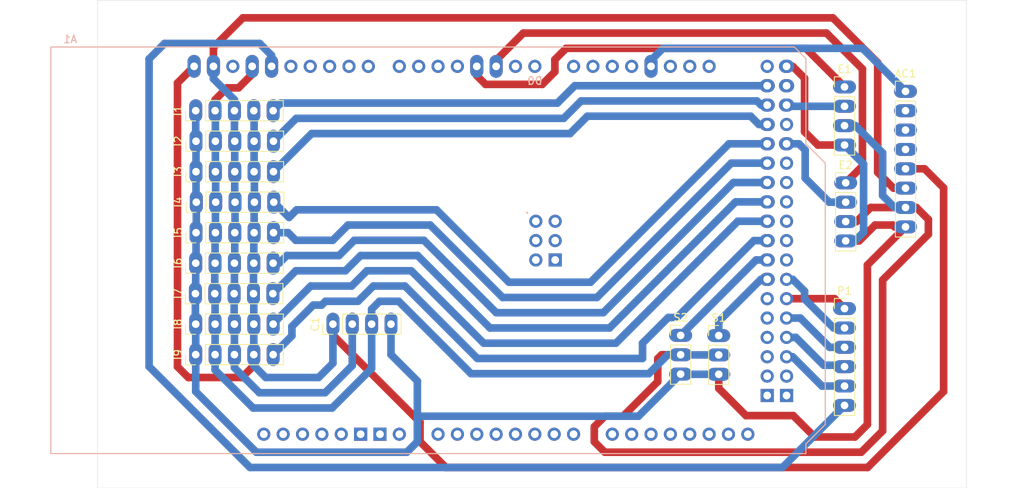
<source format=kicad_pcb>
(kicad_pcb (version 20240108) (generator "pcbnew") (generator_version "8.0")
  (layers (0 "F.Cu" signal) (31 "B.Cu" signal) (34 "B.Paste" user) (35 "F.Paste" user) (36 "B.SilkS" user "B.Silkscreen") (37 "F.SilkS" user "F.Silkscreen") (38 "B.Mask" user) (39 "F.Mask" user) (44 "Edge.Cuts" user))
  (net 0 "")
  (net 62 "Net-(I6-Pin_5)")
  (net 63 "unconnected-(A1-PadD23)")
  (net 64 "Net-(E1-Pin_2)")
  (net 65 "Net-(I2-Pin_5)")
  (net 66 "Net-(I5-Pin_5)")
  (net 67 "Net-(I8-Pin_5)")
  (net 68 "Net-(S1-Pin_1)")
  (net 69 "Net-(I4-Pin_5)")
  (net 70 "Net-(S2-Pin_1)")
  (net 71 "Net-(I1-Pin_5)")
  (net 72 "Net-(I9-Pin_5)")
  (net 73 "Net-(I7-Pin_5)")
  (net 74 "Net-(E2-Pin_2)")
  (net 75 "Net-(A1-D3_INT1)")
  (net 76 "Net-(A1-D2_INT0)")
  (net 77 "Net-(P1-Pin_1)")
  (net 78 "Net-(P1-Pin_6)")
  (net 79 "Net-(P1-Pin_4)")
  (net 80 "Net-(A1-D51_MOSI)")
  (net 81 "Net-(A1-D18{slash}TX1)")
  (net 82 "Net-(AC1-Pin_5)")
  (net 83 "Net-(AC1-Pin_7)")
  (net 84 "Net-(AC1-Pin_6)")
  (net 85 "Net-(AC1-Pin_8)")
  (net 90 "Net-(P1-Pin_3)")
  (net 92 "Net-(P1-Pin_2)")
  (footprint "Connector_PinHeader_2.54mm:PinHeader_1x05_P2.54mm_Vertical" (layer "F.Cu") (at 116.46 73 90)
    (property "Reference" "I4" (at 0 -2.33 90) (layer "F.SilkS"))
    (property "Value" "VIN, GND, SDA, SCL, SHUT")
    (pad "1" thru_hole oval (at 0 0 90) (size 3 1.7) (drill 1) (layers "*.Cu" "*.Mask") (net 85 "Net-(AC1-Pin_8)"))
    (pad "2" thru_hole oval (at 0 2.54 90) (size 3 1.7) (drill 1) (layers "*.Cu" "*.Mask") (net 83 "Net-(AC1-Pin_7)"))
    (pad "3" thru_hole oval (at 0 5.08 90) (size 3 1.7) (drill 1) (layers "*.Cu" "*.Mask") (net 84 "Net-(AC1-Pin_6)"))
    (pad "4" thru_hole oval (at 0 7.62 90) (size 3 1.7) (drill 1) (layers "*.Cu" "*.Mask") (net 82 "Net-(AC1-Pin_5)"))
    (pad "5" thru_hole oval (at 0 10.16 90) (size 3 1.7) (drill 1) (layers "*.Cu" "*.Mask") (net 69 "Net-(I4-Pin_5)"))
  )
  (footprint "Connector_PinHeader_2.54mm:PinHeader_1x05_P2.54mm_Vertical" (layer "F.Cu") (at 116.38 89 90)
    (property "Reference" "I8" (at 0 -2.33 90) (layer "F.SilkS"))
    (property "Value" "VIN, GND, SDA, SCL, SHUT")
    (pad "1" thru_hole oval (at 0 0 90) (size 3 1.7) (drill 1) (layers "*.Cu" "*.Mask") (net 85 "Net-(AC1-Pin_8)"))
    (pad "2" thru_hole oval (at 0 2.54 90) (size 3 1.7) (drill 1) (layers "*.Cu" "*.Mask") (net 83 "Net-(AC1-Pin_7)"))
    (pad "3" thru_hole oval (at 0 5.08 90) (size 3 1.7) (drill 1) (layers "*.Cu" "*.Mask") (net 84 "Net-(AC1-Pin_6)"))
    (pad "4" thru_hole oval (at 0 7.62 90) (size 3 1.7) (drill 1) (layers "*.Cu" "*.Mask") (net 82 "Net-(AC1-Pin_5)"))
    (pad "5" thru_hole oval (at 0 10.16 90) (size 3 1.7) (drill 1) (layers "*.Cu" "*.Mask") (net 67 "Net-(I8-Pin_5)"))
  )
  (footprint "Connector_PinHeader_2.54mm:PinHeader_1x03_P2.54mm_Vertical" (layer "F.Cu") (at 180 90.475)
    (property "Reference" "S2" (at 0 -2.33 360) (layer "F.SilkS"))
    (property "Value" "SIGNAL, GND, VCC")
    (pad "1" thru_hole oval (at 0 0) (size 3 1.7) (drill 1) (layers "*.Cu" "*.Mask") (net 70 "Net-(S2-Pin_1)"))
    (pad "2" thru_hole oval (at 0 2.54) (size 3 1.7) (drill 1) (layers "*.Cu" "*.Mask") (net 83 "Net-(AC1-Pin_7)"))
    (pad "3" thru_hole oval (at 0 5.08) (size 3 1.7) (drill 1) (layers "*.Cu" "*.Mask") (net 85 "Net-(AC1-Pin_8)"))
  )
  (footprint "Connector_PinHeader_2.54mm:PinHeader_1x05_P2.54mm_Vertical" (layer "F.Cu") (at 116.38 81 90)
    (property "Reference" "I6" (at 0 -2.33 90) (layer "F.SilkS"))
    (property "Value" "VIN, GND, SDA, SCL, SHUT")
    (pad "1" thru_hole oval (at 0 0 90) (size 3 1.7) (drill 1) (layers "*.Cu" "*.Mask") (net 85 "Net-(AC1-Pin_8)"))
    (pad "2" thru_hole oval (at 0 2.54 90) (size 3 1.7) (drill 1) (layers "*.Cu" "*.Mask") (net 83 "Net-(AC1-Pin_7)"))
    (pad "3" thru_hole oval (at 0 5.08 90) (size 3 1.7) (drill 1) (layers "*.Cu" "*.Mask") (net 84 "Net-(AC1-Pin_6)"))
    (pad "4" thru_hole oval (at 0 7.62 90) (size 3 1.7) (drill 1) (layers "*.Cu" "*.Mask") (net 82 "Net-(AC1-Pin_5)"))
    (pad "5" thru_hole oval (at 0 10.16 90) (size 3 1.7) (drill 1) (layers "*.Cu" "*.Mask") (net 62 "Net-(I6-Pin_5)"))
  )
  (footprint "Connector_PinHeader_2.54mm:PinHeader_1x04_P2.54mm_Vertical" (layer "F.Cu") (at 201.65 70.46)
    (property "Reference" "E2" (at 0 -2.33 0) (layer "F.SilkS"))
    (property "Value" "SA,SB, GND, VCC")
    (pad "1" thru_hole oval (at 0 0) (size 3 1.7) (drill 1) (layers "*.Cu" "*.Mask") (net 76 "Net-(A1-D2_INT0)"))
    (pad "2" thru_hole oval (at 0 2.54) (size 3 1.7) (drill 1) (layers "*.Cu" "*.Mask") (net 74 "Net-(E2-Pin_2)"))
    (pad "3" thru_hole oval (at 0 5.08) (size 3 1.7) (drill 1) (layers "*.Cu" "*.Mask") (net 83 "Net-(AC1-Pin_7)"))
    (pad "4" thru_hole oval (at 0 7.62) (size 3 1.7) (drill 1) (layers "*.Cu" "*.Mask") (net 85 "Net-(AC1-Pin_8)"))
  )
  (footprint "Connector_PinHeader_2.54mm:PinHeader_1x04_P2.54mm_Vertical" (layer "F.Cu") (at 134.38 89 90)
    (property "Reference" "C1" (at 0 -2.33 90) (layer "F.SilkS"))
    (property "Value" "SDA, SLC, GND, VCC")
    (pad "1" thru_hole oval (at 0 0 90) (size 3 1.7) (drill 1) (layers "*.Cu" "*.Mask") (net 82 "Net-(AC1-Pin_5)"))
    (pad "2" thru_hole oval (at 0 2.54 90) (size 3 1.7) (drill 1) (layers "*.Cu" "*.Mask") (net 84 "Net-(AC1-Pin_6)"))
    (pad "3" thru_hole oval (at 0 5.08 90) (size 3 1.7) (drill 1) (layers "*.Cu" "*.Mask") (net 83 "Net-(AC1-Pin_7)"))
    (pad "4" thru_hole oval (at 0 7.62 90) (size 3 1.7) (drill 1) (layers "*.Cu" "*.Mask") (net 85 "Net-(AC1-Pin_8)"))
  )
  (footprint "Connector_PinHeader_2.54mm:PinHeader_1x04_P2.54mm_Vertical" (layer "F.Cu") (at 201.5 57.88)
    (property "Reference" "E1" (at 0 -2.33 0) (layer "F.SilkS"))
    (property "Value" "SA,SB, GND, VCC")
    (pad "1" thru_hole oval (at 0 0) (size 3 1.7) (drill 1) (layers "*.Cu" "*.Mask") (net 75 "Net-(A1-D3_INT1)"))
    (pad "2" thru_hole oval (at 0 2.54) (size 3 1.7) (drill 1) (layers "*.Cu" "*.Mask") (net 64 "Net-(E1-Pin_2)"))
    (pad "3" thru_hole oval (at 0 5.08) (size 3 1.7) (drill 1) (layers "*.Cu" "*.Mask") (net 83 "Net-(AC1-Pin_7)"))
    (pad "4" thru_hole oval (at 0 7.62) (size 3 1.7) (drill 1) (layers "*.Cu" "*.Mask") (net 85 "Net-(AC1-Pin_8)"))
  )
  (footprint "Connector_PinHeader_2.54mm:PinHeader_1x05_P2.54mm_Vertical" (layer "F.Cu") (at 116.38 93 90)
    (property "Reference" "I9" (at 0 -2.33 90) (layer "F.SilkS"))
    (property "Value" "VIN, GND, SDA, SCL, SHUT")
    (pad "1" thru_hole oval (at 0 0 90) (size 3 1.7) (drill 1) (layers "*.Cu" "*.Mask") (net 85 "Net-(AC1-Pin_8)"))
    (pad "2" thru_hole oval (at 0 2.54 90) (size 3 1.7) (drill 1) (layers "*.Cu" "*.Mask") (net 83 "Net-(AC1-Pin_7)"))
    (pad "3" thru_hole oval (at 0 5.08 90) (size 3 1.7) (drill 1) (layers "*.Cu" "*.Mask") (net 84 "Net-(AC1-Pin_6)"))
    (pad "4" thru_hole oval (at 0 7.62 90) (size 3 1.7) (drill 1) (layers "*.Cu" "*.Mask") (net 82 "Net-(AC1-Pin_5)"))
    (pad "5" thru_hole oval (at 0 10.16 90) (size 3 1.7) (drill 1) (layers "*.Cu" "*.Mask") (net 72 "Net-(I9-Pin_5)"))
  )
  (footprint "Connector_PinHeader_2.54mm:PinHeader_1x05_P2.54mm_Vertical" (layer "F.Cu") (at 116.42 65 90)
    (property "Reference" "I2" (at 0 -2.33 90) (layer "F.SilkS"))
    (property "Value" "VIN, GND, SDA, SCL, SHUT")
    (pad "1" thru_hole oval (at 0 0 90) (size 3 1.7) (drill 1) (layers "*.Cu" "*.Mask") (net 85 "Net-(AC1-Pin_8)"))
    (pad "2" thru_hole oval (at 0 2.54 90) (size 3 1.7) (drill 1) (layers "*.Cu" "*.Mask") (net 83 "Net-(AC1-Pin_7)"))
    (pad "3" thru_hole oval (at 0 5.08 90) (size 3 1.7) (drill 1) (layers "*.Cu" "*.Mask") (net 84 "Net-(AC1-Pin_6)"))
    (pad "4" thru_hole oval (at 0 7.62 90) (size 3 1.7) (drill 1) (layers "*.Cu" "*.Mask") (net 82 "Net-(AC1-Pin_5)"))
    (pad "5" thru_hole oval (at 0 10.16 90) (size 3 1.7) (drill 1) (layers "*.Cu" "*.Mask") (net 65 "Net-(I2-Pin_5)"))
  )
  (footprint "Connector_PinHeader_2.54mm:PinHeader_1x03_P2.54mm_Vertical" (layer "F.Cu") (at 185 90.5)
    (property "Reference" "S1" (at 0 -2.33 360) (layer "F.SilkS"))
    (property "Value" "SIGNAL, GND, VCC")
    (pad "1" thru_hole oval (at 0 0) (size 3 1.7) (drill 1) (layers "*.Cu" "*.Mask") (net 68 "Net-(S1-Pin_1)"))
    (pad "2" thru_hole oval (at 0 2.54) (size 3 1.7) (drill 1) (layers "*.Cu" "*.Mask") (net 83 "Net-(AC1-Pin_7)"))
    (pad "3" thru_hole oval (at 0 5.08) (size 3 1.7) (drill 1) (layers "*.Cu" "*.Mask") (net 85 "Net-(AC1-Pin_8)"))
  )
  (footprint "Connector_PinHeader_2.54mm:PinHeader_1x06_P2.54mm_Vertical" (layer "F.Cu") (at 201.5 86.96)
    (property "Reference" "P1" (at 0 -2.33 0) (layer "F.SilkS"))
    (property "Value" "PWMA, IN1, IN2, IN3, IN4, PWMB")
    (pad "1" thru_hole oval (at 0 0) (size 3 1.7) (drill 1) (layers "*.Cu" "*.Mask") (net 77 "Net-(P1-Pin_1)"))
    (pad "2" thru_hole oval (at 0 2.54) (size 3 1.7) (drill 1) (layers "*.Cu" "*.Mask") (net 92 "Net-(P1-Pin_2)"))
    (pad "3" thru_hole oval (at 0 5.08) (size 3 1.7) (drill 1) (layers "*.Cu" "*.Mask") (net 90 "Net-(P1-Pin_3)"))
    (pad "4" thru_hole oval (at 0 7.62) (size 3 1.7) (drill 1) (layers "*.Cu" "*.Mask") (net 79 "Net-(P1-Pin_4)"))
    (pad "5" thru_hole oval (at 0 10.16) (size 3 1.7) (drill 1) (layers "*.Cu" "*.Mask") (net 80 "Net-(A1-D51_MOSI)"))
    (pad "6" thru_hole oval (at 0 12.7) (size 3 1.7) (drill 1) (layers "*.Cu" "*.Mask") (net 78 "Net-(P1-Pin_6)"))
  )
  (footprint "Connector_PinHeader_2.54mm:PinHeader_1x05_P2.54mm_Vertical" (layer "F.Cu") (at 116.425 77 90)
    (property "Reference" "I5" (at 0 -2.33 90) (layer "F.SilkS"))
    (property "Value" "VIN, GND, SDA, SCL, SHUT")
    (pad "1" thru_hole oval (at 0 0 90) (size 3 1.7) (drill 1) (layers "*.Cu" "*.Mask") (net 85 "Net-(AC1-Pin_8)"))
    (pad "2" thru_hole oval (at 0 2.54 90) (size 3 1.7) (drill 1) (layers "*.Cu" "*.Mask") (net 83 "Net-(AC1-Pin_7)"))
    (pad "3" thru_hole oval (at 0 5.08 90) (size 3 1.7) (drill 1) (layers "*.Cu" "*.Mask") (net 84 "Net-(AC1-Pin_6)"))
    (pad "4" thru_hole oval (at 0 7.62 90) (size 3 1.7) (drill 1) (layers "*.Cu" "*.Mask") (net 82 "Net-(AC1-Pin_5)"))
    (pad "5" thru_hole oval (at 0 10.16 90) (size 3 1.7) (drill 1) (layers "*.Cu" "*.Mask") (net 66 "Net-(I5-Pin_5)"))
  )
  (footprint "Connector_PinHeader_2.54mm:PinHeader_1x05_P2.54mm_Vertical" (layer "F.Cu") (at 116.34 85 90)
    (property "Reference" "I7" (at 0 -2.33 90) (layer "F.SilkS"))
    (property "Value" "VIN, GND, SDA, SCL, SHUT")
    (pad "1" thru_hole oval (at 0 0 90) (size 3 1.7) (drill 1) (layers "*.Cu" "*.Mask") (net 85 "Net-(AC1-Pin_8)"))
    (pad "2" thru_hole oval (at 0 2.54 90) (size 3 1.7) (drill 1) (layers "*.Cu" "*.Mask") (net 83 "Net-(AC1-Pin_7)"))
    (pad "3" thru_hole oval (at 0 5.08 90) (size 3 1.7) (drill 1) (layers "*.Cu" "*.Mask") (net 84 "Net-(AC1-Pin_6)"))
    (pad "4" thru_hole oval (at 0 7.62 90) (size 3 1.7) (drill 1) (layers "*.Cu" "*.Mask") (net 82 "Net-(AC1-Pin_5)"))
    (pad "5" thru_hole oval (at 0 10.16 90) (size 3 1.7) (drill 1) (layers "*.Cu" "*.Mask") (net 73 "Net-(I7-Pin_5)"))
  )
  (footprint "KICAD-MEGA-SHIELD:Arduino_Mega2560_R3_Shield" (layer "F.Cu") (at 97.373 105.98)
    (property "Reference" "A1" (at 2.54 -54.356 0) (layer "B.SilkS") (effects (justify mirror)))
    (property "Value" "Arduino_Mega2560_R3_Shield")
    (fp_text user "." (at 62.484 -32.004 0) (layer "B.SilkS"))
    (fp_text user "D0" (at 63.5 -48.895 0) (layer "B.SilkS") (effects (justify mirror)))
    (fp_text user "." (at 62.484 -32.004 0) (layer "F.SilkS"))
    (fp_text user "D0" (at 63.5 -48.895 0) (layer "F.SilkS"))
    (pad "" np_thru_hole circle (at 13.97 -2.54) (size 3.2 3.2) (drill 3.2) (layers "*.Cu" "*.Mask"))
    (pad "" np_thru_hole circle (at 15.24 -50.8) (size 3.2 3.2) (drill 3.2) (layers "*.Cu" "*.Mask"))
    (pad "" thru_hole oval (at 27.94 -2.54) (size 1.7272 1.7272) (drill 1.016) (layers "*.Cu" "*.Mask"))
    (pad "" np_thru_hole circle (at 66.04 -35.56) (size 3.2 3.2) (drill 3.2) (layers "*.Cu" "*.Mask"))
    (pad "" np_thru_hole circle (at 66.04 -7.62) (size 3.2 3.2) (drill 3.2) (layers "*.Cu" "*.Mask"))
    (pad "" np_thru_hole circle (at 90.17 -50.8) (size 3.2 3.2) (drill 3.2) (layers "*.Cu" "*.Mask"))
    (pad "" np_thru_hole circle (at 96.52 -2.54) (size 3.2 3.2) (drill 3.2) (layers "*.Cu" "*.Mask"))
    (pad "3V3" thru_hole oval (at 35.56 -2.54) (size 1.7272 1.7272) (drill 1.016) (layers "*.Cu" "*.Mask"))
    (pad "5V1" thru_hole oval (at 38.1 -2.54) (size 1.7272 1.7272) (drill 1.016) (layers "*.Cu" "*.Mask"))
    (pad "5V2" thru_hole oval (at 66.167 -30.48) (size 1.7272 1.7272) (drill 1.016) (layers "*.Cu" "*.Mask"))
    (pad "5V3" thru_hole oval (at 93.98 -50.8) (size 1.7272 1.7272) (drill 1.016) (layers "*.Cu" "*.Mask"))
    (pad "5V4" thru_hole oval (at 96.52 -50.8) (size 2 1.7272) (drill 1.016) (layers "*.Cu" "*.Mask") (net 85 "Net-(AC1-Pin_8)"))
    (pad "A0" thru_hole oval (at 50.8 -2.54) (size 1.7272 1.7272) (drill 1.016) (layers "*.Cu" "*.Mask"))
    (pad "A1" thru_hole oval (at 53.34 -2.54) (size 1.7272 1.7272) (drill 1.016) (layers "*.Cu" "*.Mask"))
    (pad "A2" thru_hole oval (at 55.88 -2.54) (size 1.7272 1.7272) (drill 1.016) (layers "*.Cu" "*.Mask"))
    (pad "A3" thru_hole oval (at 58.42 -2.54) (size 1.7272 1.7272) (drill 1.016) (layers "*.Cu" "*.Mask"))
    (pad "A4" thru_hole oval (at 60.96 -2.54) (size 1.7272 1.7272) (drill 1.016) (layers "*.Cu" "*.Mask"))
    (pad "A5" thru_hole oval (at 63.5 -2.54) (size 1.7272 1.7272) (drill 1.016) (layers "*.Cu" "*.Mask"))
    (pad "A6" thru_hole oval (at 66.04 -2.54) (size 1.7272 1.7272) (drill 1.016) (layers "*.Cu" "*.Mask"))
    (pad "A7" thru_hole oval (at 68.58 -2.54) (size 1.7272 1.7272) (drill 1.016) (layers "*.Cu" "*.Mask"))
    (pad "A8" thru_hole oval (at 73.66 -2.54) (size 1.7272 1.7272) (drill 1.016) (layers "*.Cu" "*.Mask"))
    (pad "A9" thru_hole oval (at 76.2 -2.54) (size 1.7272 1.7272) (drill 1.016) (layers "*.Cu" "*.Mask"))
    (pad "A10" thru_hole oval (at 78.74 -2.54) (size 1.7272 1.7272) (drill 1.016) (layers "*.Cu" "*.Mask"))
    (pad "A11" thru_hole oval (at 81.28 -2.54) (size 1.7272 1.7272) (drill 1.016) (layers "*.Cu" "*.Mask"))
    (pad "A12" thru_hole oval (at 83.82 -2.54) (size 1.7272 1.7272) (drill 1.016) (layers "*.Cu" "*.Mask"))
    (pad "A13" thru_hole oval (at 86.36 -2.54) (size 1.7272 1.7272) (drill 1.016) (layers "*.Cu" "*.Mask"))
    (pad "A14" thru_hole oval (at 88.9 -2.54) (size 1.7272 1.7272) (drill 1.016) (layers "*.Cu" "*.Mask"))
    (pad "A15" thru_hole oval (at 91.44 -2.54) (size 1.7272 1.7272) (drill 1.016) (layers "*.Cu" "*.Mask"))
    (pad "AREF" thru_hole oval (at 23.876 -50.8) (size 1.7272 1.7272) (drill 1.016) (layers "*.Cu" "*.Mask"))
    (pad "D0" thru_hole oval (at 63.5 -50.8) (size 1.7272 1.7272) (drill 1.016) (layers "*.Cu" "*.Mask"))
    (pad "D1" thru_hole oval (at 60.96 -50.8) (size 1.7272 1.7272) (drill 1.016) (layers "*.Cu" "*.Mask"))
    (pad "D2" thru_hole oval (at 58.42 -50.8) (size 1.7272 3) (drill 1.016) (layers "*.Cu" "*.Mask") (net 76 "Net-(A1-D2_INT0)"))
    (pad "D3" thru_hole oval (at 55.88 -50.8) (size 1.7272 3) (drill 1.016) (layers "*.Cu" "*.Mask") (net 75 "Net-(A1-D3_INT1)"))
    (pad "D4" thru_hole oval (at 53.34 -50.8) (size 1.7272 1.7272) (drill 1.016) (layers "*.Cu" "*.Mask"))
    (pad "D5" thru_hole oval (at 50.8 -50.8) (size 1.7272 1.7272) (drill 1.016) (layers "*.Cu" "*.Mask"))
    (pad "D6" thru_hole oval (at 48.26 -50.8) (size 1.7272 1.7272) (drill 1.016) (layers "*.Cu" "*.Mask"))
    (pad "D7" thru_hole oval (at 45.72 -50.8) (size 1.7272 1.7272) (drill 1.016) (layers "*.Cu" "*.Mask"))
    (pad "D8" thru_hole oval (at 41.656 -50.8) (size 1.7272 1.7272) (drill 1.016) (layers "*.Cu" "*.Mask"))
    (pad "D9" thru_hole oval (at 39.116 -50.8) (size 1.7272 1.7272) (drill 1.016) (layers "*.Cu" "*.Mask"))
    (pad "D10" thru_hole oval (at 36.576 -50.8) (size 1.7272 1.7272) (drill 1.016) (layers "*.Cu" "*.Mask"))
    (pad "D11" thru_hole oval (at 34.036 -50.8) (size 1.7272 1.7272) (drill 1.016) (layers "*.Cu" "*.Mask"))
    (pad "D12" thru_hole oval (at 31.496 -50.8) (size 1.7272 1.7272) (drill 1.016) (layers "*.Cu" "*.Mask"))
    (pad "D13" thru_hole oval (at 28.956 -50.8) (size 1.7272 3) (drill 1.016) (layers "*.Cu" "*.Mask") (net 78 "Net-(P1-Pin_6)"))
    (pad "D14" thru_hole oval (at 68.58 -50.8) (size 1.7272 1.7272) (drill 1.016) (layers "*.Cu" "*.Mask"))
    (pad "D15" thru_hole oval (at 71.12 -50.8) (size 1.7272 1.7272) (drill 1.016) (layers "*.Cu" "*.Mask"))
    (pad "D16" thru_hole oval (at 73.66 -50.8) (size 1.7272 1.7272) (drill 1.016) (layers "*.Cu" "*.Mask"))
    (pad "D17" thru_hole oval (at 76.2 -50.8) (size 1.7272 1.7272) (drill 1.016) (layers "*.Cu" "*.Mask"))
    (pad "D18" thru_hole oval (at 78.74 -50.8) (size 1.7272 3) (drill 1.016) (layers "*.Cu" "*.Mask") (net 81 "Net-(A1-D18{slash}TX1)"))
    (pad "D19" thru_hole oval (at 81.28 -50.8) (size 1.7272 1.7272) (drill 1.016) (layers "*.Cu" "*.Mask"))
    (pad "D20" thru_hole oval (at 83.82 -50.8) (size 1.7272 1.7272) (drill 1.016) (layers "*.Cu" "*.Mask"))
    (pad "D21" thru_hole oval (at 86.36 -50.8) (size 1.7272 1.7272) (drill 1.016) (layers "*.Cu" "*.Mask"))
    (pad "D22" thru_hole oval (at 93.98 -48.26) (size 2 1.7272) (drill 1.016) (layers "*.Cu" "*.Mask") (net 71 "Net-(I1-Pin_5)"))
    (pad "D23" thru_hole oval (at 96.52 -48.26) (size 2 1.7272) (drill 1.016) (layers "*.Cu" "*.Mask") (net 63 "unconnected-(A1-PadD23)"))
    (pad "D24" thru_hole oval (at 93.98 -45.72) (size 2 1.7272) (drill 1.016) (layers "*.Cu" "*.Mask") (net 65 "Net-(I2-Pin_5)"))
    (pad "D25" thru_hole oval (at 96.52 -45.72) (size 2 1.7272) (drill 1.016) (layers "*.Cu" "*.Mask") (net 64 "Net-(E1-Pin_2)"))
    (pad "D26" thru_hole oval (at 93.98 -43.18) (size 2 1.7272) (drill 1.016) (layers "*.Cu" "*.Mask") (net 84 "Net-(AC1-Pin_6)"))
    (pad "D27" thru_hole oval (at 96.52 -43.18) (size 1.7272 1.7272) (drill 1.016) (layers "*.Cu" "*.Mask"))
    (pad "D28" thru_hole oval (at 93.98 -40.64) (size 2 1.7272) (drill 1.016) (layers "*.Cu" "*.Mask") (net 69 "Net-(I4-Pin_5)"))
    (pad "D29" thru_hole oval (at 96.52 -40.64) (size 2 1.7272) (drill 1.016) (layers "*.Cu" "*.Mask") (net 74 "Net-(E2-Pin_2)"))
    (pad "D30" thru_hole oval (at 93.98 -38.1) (size 2 1.7272) (drill 1.016) (layers "*.Cu" "*.Mask") (net 66 "Net-(I5-Pin_5)"))
    (pad "D31" thru_hole oval (at 96.52 -38.1) (size 1.7272 1.7272) (drill 1.016) (layers "*.Cu" "*.Mask"))
    (pad "D32" thru_hole oval (at 93.98 -35.56) (size 2 1.7272) (drill 1.016) (layers "*.Cu" "*.Mask") (net 62 "Net-(I6-Pin_5)"))
    (pad "D33" thru_hole oval (at 96.52 -35.56) (size 1.7272 1.7272) (drill 1.016) (layers "*.Cu" "*.Mask"))
    (pad "D34" thru_hole oval (at 93.98 -33.02) (size 2 1.7272) (drill 1.016) (layers "*.Cu" "*.Mask") (net 73 "Net-(I7-Pin_5)"))
    (pad "D35" thru_hole oval (at 96.52 -33.02) (size 1.7272 1.7272) (drill 1.016) (layers "*.Cu" "*.Mask"))
    (pad "D36" thru_hole oval (at 93.98 -30.48) (size 2 1.7272) (drill 1.016) (layers "*.Cu" "*.Mask") (net 67 "Net-(I8-Pin_5)"))
    (pad "D37" thru_hole oval (at 96.52 -30.48) (size 1.7272 1.7272) (drill 1.016) (layers "*.Cu" "*.Mask"))
    (pad "D38" thru_hole oval (at 93.98 -27.94) (size 2 1.7272) (drill 1.016) (layers "*.Cu" "*.Mask") (net 72 "Net-(I9-Pin_5)"))
    (pad "D39" thru_hole oval (at 96.52 -27.94) (size 1.7272 1.7272) (drill 1.016) (layers "*.Cu" "*.Mask"))
    (pad "D40" thru_hole oval (at 93.98 -25.4) (size 2 1.7272) (drill 1.016) (layers "*.Cu" "*.Mask") (net 70 "Net-(S2-Pin_1)"))
    (pad "D41" thru_hole oval (at 96.52 -25.4) (size 1.7272 1.7272) (drill 1.016) (layers "*.Cu" "*.Mask"))
    (pad "D42" thru_hole oval (at 93.98 -22.86) (size 2 1.7272) (drill 1.016) (layers "*.Cu" "*.Mask") (net 68 "Net-(S1-Pin_1)"))
    (pad "D43" thru_hole oval (at 96.52 -22.86) (size 1.7272 1.7272) (drill 1.016) (layers "*.Cu" "*.Mask") (net 92 "Net-(P1-Pin_2)"))
    (pad "D44" thru_hole oval (at 93.98 -20.32) (size 1.7272 1.7272) (drill 1.016) (layers "*.Cu" "*.Mask"))
    (pad "D45" thru_hole oval (at 96.52 -20.32) (size 1.7272 1.7272) (drill 1.016) (layers "*.Cu" "*.Mask") (net 77 "Net-(P1-Pin_1)"))
    (pad "D46" thru_hole oval (at 93.98 -17.78) (size 1.7272 1.7272) (drill 1.016) (layers "*.Cu" "*.Mask"))
    (pad "D47" thru_hole oval (at 96.52 -17.78) (size 1.7272 1.7272) (drill 1.016) (layers "*.Cu" "*.Mask") (net 90 "Net-(P1-Pin_3)"))
    (pad "D48" thru_hole oval (at 93.98 -15.24) (size 1.7272 1.7272) (drill 1.016) (layers "*.Cu" "*.Mask"))
    (pad "D49" thru_hole oval (at 96.52 -15.24) (size 1.7272 1.7272) (drill 1.016) (layers "*.Cu" "*.Mask") (net 79 "Net-(P1-Pin_4)"))
    (pad "D50" thru_hole oval (at 93.98 -12.7) (size 1.7272 1.7272) (drill 1.016) (layers "*.Cu" "*.Mask"))
    (pad "D51" thru_hole oval (at 96.52 -12.7) (size 1.7272 1.7272) (drill 1.016) (layers "*.Cu" "*.Mask") (net 80 "Net-(A1-D51_MOSI)"))
    (pad "D52" thru_hole oval (at 93.98 -10.16) (size 1.7272 1.7272) (drill 1.016) (layers "*.Cu" "*.Mask"))
    (pad "D53" thru_hole oval (at 96.52 -10.16) (size 1.7272 1.7272) (drill 1.016) (layers "*.Cu" "*.Mask"))
    (pad "GND1" thru_hole oval (at 26.416 -50.8) (size 1.7272 3) (drill 1.016) (layers "*.Cu" "*.Mask") (net 83 "Net-(AC1-Pin_7)"))
    (pad "GND2" thru_hole rect (at 40.64 -2.54) (size 1.7272 1.7272) (drill 1.016) (layers "*.Cu" "*.Mask"))
    (pad "GND3" thru_hole rect (at 43.18 -2.54) (size 1.7272 1.7272) (drill 1.016) (layers "*.Cu" "*.Mask"))
    (pad "GND4" thru_hole rect (at 66.167 -25.4) (size 1.7272 1.7272) (drill 1.016) (layers "*.Cu" "*.Mask"))
    (pad "GND5" thru_hole rect (at 93.98 -7.62) (size 1.7272 1.7272) (drill 1.016) (layers "*.Cu" "*.Mask"))
    (pad "GND6" thru_hole rect (at 96.52 -7.62) (size 1.7272 1.7272) (drill 1.016) (layers "*.Cu" "*.Mask"))
    (pad "IORF" thru_hole oval (at 30.48 -2.54) (size 1.7272 1.7272) (drill 1.016) (layers "*.Cu" "*.Mask"))
    (pad "MISO" thru_hole oval (at 63.627 -30.48) (size 1.7272 1.7272) (drill 1.016) (layers "*.Cu" "*.Mask"))
    (pad "MOSI" thru_hole oval (at 66.167 -27.94) (size 1.7272 1.7272) (drill 1.016) (layers "*.Cu" "*.Mask"))
    (pad "RST1" thru_hole oval (at 33.02 -2.54) (size 1.7272 1.7272) (drill 1.016) (layers "*.Cu" "*.Mask"))
    (pad "RST2" thru_hole oval (at 63.627 -25.4) (size 1.7272 1.7272) (drill 1.016) (layers "*.Cu" "*.Mask"))
    (pad "SCK" thru_hole oval (at 63.627 -27.94) (size 1.7272 1.7272) (drill 1.016) (layers "*.Cu" "*.Mask"))
    (pad "SCL" thru_hole oval (at 18.796 -50.8) (size 1.7272 3) (drill 1.016) (layers "*.Cu" "*.Mask") (net 82 "Net-(AC1-Pin_5)"))
    (pad "SDA" thru_hole oval (at 21.336 -50.8) (size 1.7272 3) (drill 1.016) (layers "*.Cu" "*.Mask") (net 84 "Net-(AC1-Pin_6)"))
    (pad "VIN" thru_hole oval (at 45.72 -2.54) (size 1.7272 1.7272) (drill 1.016) (layers "*.Cu" "*.Mask"))
  )
  (footprint "Connector_PinHeader_2.54mm:PinHeader_1x05_P2.54mm_Vertical" (layer "F.Cu") (at 116.42 69 90)
    (property "Reference" "I3" (at 0 -2.33 90) (layer "F.SilkS"))
    (property "Value" "VIN, GND, SDA, SCL, SHUT")
    (pad "1" thru_hole oval (at 0 0 90) (size 3 1.7) (drill 1) (layers "*.Cu" "*.Mask") (net 85 "Net-(AC1-Pin_8)"))
    (pad "2" thru_hole oval (at 0 2.54 90) (size 3 1.7) (drill 1) (layers "*.Cu" "*.Mask") (net 83 "Net-(AC1-Pin_7)"))
    (pad "3" thru_hole oval (at 0 5.08 90) (size 3 1.7) (drill 1) (layers "*.Cu" "*.Mask") (net 84 "Net-(AC1-Pin_6)"))
    (pad "4" thru_hole oval (at 0 7.62 90) (size 3 1.7) (drill 1) (layers "*.Cu" "*.Mask") (net 82 "Net-(AC1-Pin_5)"))
    (pad "5" thru_hole oval (at 0 10.16 90) (size 3 1.7) (drill 1) (layers "*.Cu" "*.Mask") (net 84 "Net-(AC1-Pin_6)"))
  )
  (footprint "Connector_PinHeader_2.54mm:PinHeader_1x05_P2.54mm_Vertical" (layer "F.Cu") (at 116.38 61 90)
    (property "Reference" "I1" (at 0 -2.33 90) (layer "F.SilkS"))
    (property "Value" "VIN, GND, SDA, SCL, SHUT")
    (pad "1" thru_hole oval (at 0 0 90) (size 3 1.7) (drill 1) (layers "*.Cu" "*.Mask") (net 85 "Net-(AC1-Pin_8)"))
    (pad "2" thru_hole oval (at 0 2.54 90) (size 3 1.7) (drill 1) (layers "*.Cu" "*.Mask") (net 83 "Net-(AC1-Pin_7)"))
    (pad "3" thru_hole oval (at 0 5.08 90) (size 3 1.7) (drill 1) (layers "*.Cu" "*.Mask") (net 84 "Net-(AC1-Pin_6)"))
    (pad "4" thru_hole oval (at 0 7.62 90) (size 3 1.7) (drill 1) (layers "*.Cu" "*.Mask") (net 82 "Net-(AC1-Pin_5)"))
    (pad "5" thru_hole oval (at 0 10.16 90) (size 3 1.7) (drill 1) (layers "*.Cu" "*.Mask") (net 71 "Net-(I1-Pin_5)"))
  )
  (footprint "Connector_PinHeader_2.54mm:PinHeader_1x08_P2.54mm_Vertical" (layer "F.Cu") (at 209.5 58.46)
    (property "Reference" "AC1" (at 0 -2.33 0) (layer "F.SilkS"))
    (property "Value" "INT, ADD, XCL, XDA, SDA, SCL, GND, VCC")
    (pad "1" thru_hole oval (at 0 0) (size 3 1.7) (drill 1) (layers "*.Cu" "*.Mask") (net 81 "Net-(A1-D18{slash}TX1)"))
    (pad "2" thru_hole oval (at 0 2.54) (size 3 1.7) (drill 1) (layers "*.Cu" "*.Mask"))
    (pad "3" thru_hole oval (at 0 5.08) (size 3 1.7) (drill 1) (layers "*.Cu" "*.Mask"))
    (pad "4" thru_hole oval (at 0 7.62) (size 3 1.7) (drill 1) (layers "*.Cu" "*.Mask"))
    (pad "5" thru_hole oval (at 0 10.16) (size 3 1.7) (drill 1) (layers "*.Cu" "*.Mask") (net 82 "Net-(AC1-Pin_5)"))
    (pad "6" thru_hole oval (at 0 12.7) (size 3 1.7) (drill 1) (layers "*.Cu" "*.Mask") (net 84 "Net-(AC1-Pin_6)"))
    (pad "7" thru_hole oval (at 0 15.24) (size 3 1.7) (drill 1) (layers "*.Cu" "*.Mask") (net 83 "Net-(AC1-Pin_7)"))
    (pad "8" thru_hole oval (at 0 17.78) (size 3 1.7) (drill 1) (layers "*.Cu" "*.Mask") (net 85 "Net-(AC1-Pin_8)"))
  )
  (gr_rect (start 103.5 46.5) (end 217.5 110.5) (stroke (width 0.05)) (fill none) (layer "Edge.Cuts"))
  (segment (start 186.923144 70.42) (end 191.353 70.42) (width 1) (layer "B.Cu") (net 62))
  (segment (start 126.54 81) (end 127.328428 81) (width 1) (layer "B.Cu") (net 62))
  (segment (start 127.328428 81) (end 128.328428 80) (width 1) (layer "B.Cu") (net 62))
  (segment (start 128.328428 80) (end 135.186288 80) (width 1) (layer "B.Cu") (net 62))
  (segment (start 135.186288 80) (end 137.186288 78) (width 1) (layer "B.Cu") (net 62))
  (segment (start 155.813712 87.5) (end 169.843144 87.5) (width 1) (layer "B.Cu") (net 62))
  (segment (start 169.843144 87.5) (end 186.923144 70.42) (width 1) (layer "B.Cu") (net 62))
  (segment (start 146.313712 78) (end 155.813712 87.5) (width 1) (layer "B.Cu") (net 62))
  (segment (start 137.186288 78) (end 146.313712 78) (width 1) (layer "B.Cu") (net 62))
  (segment (start 194.053 57.88) (end 193.893 57.72) (width 1) (layer "B.Cu") (net 63))
  (segment (start 194.053 60.42) (end 193.893 60.26) (width 1) (layer "B.Cu") (net 64))
  (segment (start 201.5 60.42) (end 194.053 60.42) (width 1) (layer "B.Cu") (net 64))
  (segment (start 166.936856 59.72) (end 190.010364 59.72) (width 1) (layer "B.Cu") (net 65))
  (segment (start 190.550364 60.26) (end 191.353 60.26) (width 1) (layer "B.Cu") (net 65))
  (segment (start 129.58 62) (end 164.656856 62) (width 1) (layer "B.Cu") (net 65))
  (segment (start 190.010364 59.72) (end 190.550364 60.26) (width 1) (layer "B.Cu") (net 65))
  (segment (start 126.58 65) (end 129.58 62) (width 1) (layer "B.Cu") (net 65))
  (segment (start 164.656856 62) (end 166.936856 59.72) (width 1) (layer "B.Cu") (net 65))
  (segment (start 147.14214 76) (end 156.64214 85.5) (width 1) (layer "B.Cu") (net 66))
  (segment (start 169.014716 85.5) (end 186.634716 67.88) (width 1) (layer "B.Cu") (net 66))
  (segment (start 156.64214 85.5) (end 169.014716 85.5) (width 1) (layer "B.Cu") (net 66))
  (segment (start 186.634716 67.88) (end 191.353 67.88) (width 1) (layer "B.Cu") (net 66))
  (segment (start 126.585 77) (end 128.5 77) (width 1) (layer "B.Cu") (net 66))
  (segment (start 129.5 78) (end 134.35786 78) (width 1) (layer "B.Cu") (net 66))
  (segment (start 128.5 77) (end 129.5 78) (width 1) (layer "B.Cu") (net 66))
  (segment (start 136.35786 76) (end 147.14214 76) (width 1) (layer "B.Cu") (net 66))
  (segment (start 134.35786 78) (end 136.35786 76) (width 1) (layer "B.Cu") (net 66))
  (segment (start 154.156856 91.5) (end 171.5 91.5) (width 1) (layer "B.Cu") (net 67))
  (segment (start 126.54 88.933402) (end 131.473402 84) (width 1) (layer "B.Cu") (net 67))
  (segment (start 131.473402 84) (end 136.843144 84) (width 1) (layer "B.Cu") (net 67))
  (segment (start 144.656856 82) (end 154.156856 91.5) (width 1) (layer "B.Cu") (net 67))
  (segment (start 136.843144 84) (end 138.843144 82) (width 1) (layer "B.Cu") (net 67))
  (segment (start 187.5 75.5) (end 191.353 75.5) (width 1) (layer "B.Cu") (net 67))
  (segment (start 171.5 91.5) (end 187.5 75.5) (width 1) (layer "B.Cu") (net 67))
  (segment (start 126.54 89) (end 126.54 88.933402) (width 1) (layer "B.Cu") (net 67))
  (segment (start 138.843144 82) (end 144.656856 82) (width 1) (layer "B.Cu") (net 67))
  (segment (start 185 90.5) (end 185 88.65) (width 1) (layer "B.Cu") (net 68))
  (segment (start 185 88.65) (end 190.53 83.12) (width 1) (layer "B.Cu") (net 68))
  (segment (start 190.53 83.12) (end 191.353 83.12) (width 1) (layer "B.Cu") (net 68))
  (segment (start 126.62 73) (end 128.62 75) (width 1) (layer "B.Cu") (net 69))
  (segment (start 157.470568 83.5) (end 168.186288 83.5) (width 1) (layer "B.Cu") (net 69))
  (segment (start 147.970568 74) (end 157.470568 83.5) (width 1) (layer "B.Cu") (net 69))
  (segment (start 168.186288 83.5) (end 186.346288 65.34) (width 1) (layer "B.Cu") (net 69))
  (segment (start 128.62 75) (end 129.62 74) (width 1) (layer "B.Cu") (net 69))
  (segment (start 186.346288 65.34) (end 191.353 65.34) (width 1) (layer "B.Cu") (net 69))
  (segment (start 129.62 74) (end 147.970568 74) (width 1) (layer "B.Cu") (net 69))
  (segment (start 189.895 80.58) (end 191.353 80.58) (width 1) (layer "B.Cu") (net 70))
  (segment (start 180 90.475) (end 189.895 80.58) (width 1) (layer "B.Cu") (net 70))
  (segment (start 163.828428 60) (end 166.108428 57.72) (width 1) (layer "B.Cu") (net 71))
  (segment (start 166.108428 57.72) (end 191.353 57.72) (width 1) (layer "B.Cu") (net 71))
  (segment (start 127.54 60) (end 163.828428 60) (width 1) (layer "B.Cu") (net 71))
  (segment (start 126.54 61) (end 127.54 60) (width 1) (layer "B.Cu") (net 71))
  (segment (start 178.376598 88.125) (end 179.521572 88.125) (width 1) (layer "B.Cu") (net 72))
  (segment (start 133.406598 86) (end 137.671572 86) (width 1) (layer "B.Cu") (net 72))
  (segment (start 189.606572 78.04) (end 191.353 78.04) (width 1) (layer "B.Cu") (net 72))
  (segment (start 179.521572 88.125) (end 189.606572 78.04) (width 1) (layer "B.Cu") (net 72))
  (segment (start 175 91.501598) (end 178.376598 88.125) (width 1) (layer "B.Cu") (net 72))
  (segment (start 175 93.5) (end 175 91.501598) (width 1) (layer "B.Cu") (net 72))
  (segment (start 129 90.54) (end 129 89.30183) (width 1) (layer "B.Cu") (net 72))
  (segment (start 131.80183 86.5) (end 132.906598 86.5) (width 1) (layer "B.Cu") (net 72))
  (segment (start 129 89.30183) (end 131.80183 86.5) (width 1) (layer "B.Cu") (net 72))
  (segment (start 126.54 93) (end 129 90.54) (width 1) (layer "B.Cu") (net 72))
  (segment (start 153.328428 93.5) (end 175 93.5) (width 1) (layer "B.Cu") (net 72))
  (segment (start 132.906598 86.5) (end 133.406598 86) (width 1) (layer "B.Cu") (net 72))
  (segment (start 139.671572 84) (end 143.828428 84) (width 1) (layer "B.Cu") (net 72))
  (segment (start 143.828428 84) (end 153.328428 93.5) (width 1) (layer "B.Cu") (net 72))
  (segment (start 137.671572 86) (end 139.671572 84) (width 1) (layer "B.Cu") (net 72))
  (segment (start 187.211572 72.96) (end 191.353 72.96) (width 1) (layer "B.Cu") (net 73))
  (segment (start 127.5 84) (end 127.513402 84) (width 1) (layer "B.Cu") (net 73))
  (segment (start 136.014716 82) (end 138.014716 80) (width 1) (layer "B.Cu") (net 73))
  (segment (start 154.985284 89.5) (end 170.671572 89.5) (width 1) (layer "B.Cu") (net 73))
  (segment (start 126.5 85) (end 127.5 84) (width 1) (layer "B.Cu") (net 73))
  (segment (start 129.513402 82) (end 136.014716 82) (width 1) (layer "B.Cu") (net 73))
  (segment (start 170.671572 89.5) (end 187.211572 72.96) (width 1) (layer "B.Cu") (net 73))
  (segment (start 127.513402 84) (end 129.513402 82) (width 1) (layer "B.Cu") (net 73))
  (segment (start 138.014716 80) (end 145.485284 80) (width 1) (layer "B.Cu") (net 73))
  (segment (start 145.485284 80) (end 154.985284 89.5) (width 1) (layer "B.Cu") (net 73))
  (segment (start 196.335786 69.845786) (end 196.335786 66.164214) (width 1) (layer "B.Cu") (net 74))
  (segment (start 195.511572 65.34) (end 193.893 65.34) (width 1) (layer "B.Cu") (net 74))
  (segment (start 201.65 73) (end 199.49 73) (width 1) (layer "B.Cu") (net 74))
  (segment (start 199.49 73) (end 196.335786 69.845786) (width 1) (layer "B.Cu") (net 74))
  (segment (start 196.335786 66.164214) (end 195.511572 65.34) (width 1) (layer "B.Cu") (net 74))
  (segment (start 163.5 55.895636) (end 161.852036 57.5436) (width 1) (layer "F.Cu") (net 75))
  (segment (start 161.852036 57.5436) (end 154.395286 57.5436) (width 1) (layer "F.Cu") (net 75))
  (segment (start 154.395286 57.5436) (end 153.253 56.401314) (width 1) (layer "F.Cu") (net 75))
  (segment (start 153.253 56.401314) (end 153.253 55.18) (width 1) (layer "F.Cu") (net 75))
  (segment (start 201.5 57.88) (end 196.4364 52.8164) (width 1) (layer "F.Cu") (net 75))
  (segment (start 163.5 54.290364) (end 163.5 55.895636) (width 1) (layer "F.Cu") (net 75))
  (segment (start 164.973964 52.8164) (end 163.5 54.290364) (width 1) (layer "F.Cu") (net 75))
  (segment (start 196.4364 52.8164) (end 164.973964 52.8164) (width 1) (layer "F.Cu") (net 75))
  (segment (start 203.85 68.26) (end 203.85 55.53) (width 1) (layer "F.Cu") (net 76))
  (segment (start 155.793 54.377364) (end 155.793 55.18) (width 1) (layer "F.Cu") (net 76))
  (segment (start 199.1364 50.8164) (end 159.353964 50.8164) (width 1) (layer "F.Cu") (net 76))
  (segment (start 203.85 55.53) (end 199.1364 50.8164) (width 1) (layer "F.Cu") (net 76))
  (segment (start 159.353964 50.8164) (end 155.793 54.377364) (width 1) (layer "F.Cu") (net 76))
  (segment (start 201.65 70.46) (end 203.85 68.26) (width 1) (layer "F.Cu") (net 76))
  (segment (start 201.65 70.46) (end 201.65 70.15) (width 1) (layer "B.Cu") (net 76))
  (segment (start 201.5 86.96) (end 200.2 85.66) (width 1) (layer "F.Cu") (net 77))
  (segment (start 200.2 85.66) (end 193.893 85.66) (width 1) (layer "F.Cu") (net 77))
  (segment (start 123.505536 107.8036) (end 110.263 94.561064) (width 1) (layer "B.Cu") (net 78))
  (segment (start 126.329 53.740965) (end 126.329 55.18) (width 1) (layer "B.Cu") (net 78))
  (segment (start 110.263 54.206598) (end 112.289598 52.18) (width 1) (layer "B.Cu") (net 78))
  (segment (start 193.3564 107.8036) (end 123.505536 107.8036) (width 1) (layer "B.Cu") (net 78))
  (segment (start 201.5 99.66) (end 193.3564 107.8036) (width 1) (layer "B.Cu") (net 78))
  (segment (start 124.768035 52.18) (end 126.329 53.740965) (width 1) (layer "B.Cu") (net 78))
  (segment (start 112.289598 52.18) (end 124.768035 52.18) (width 1) (layer "B.Cu") (net 78))
  (segment (start 110.263 94.561064) (end 110.263 54.206598) (width 1) (layer "B.Cu") (net 78))
  (segment (start 198.764314 94.39) (end 195.114314 90.74) (width 1) (layer "B.Cu") (net 79))
  (segment (start 201.39 94.39) (end 198.764314 94.39) (width 1) (layer "B.Cu") (net 79))
  (segment (start 195.114314 90.74) (end 193.893 90.74) (width 1) (layer "B.Cu") (net 79))
  (segment (start 201.5 94.5) (end 201.39 94.39) (width 1) (layer "B.Cu") (net 79))
  (segment (start 201.5 94.58) (end 201.5 94.5) (width 1) (layer "B.Cu") (net 79))
  (segment (start 201.5 97.12) (end 198.535636 97.12) (width 1) (layer "B.Cu") (net 80))
  (segment (start 198.535636 97.12) (end 194.695636 93.28) (width 1) (layer "B.Cu") (net 80))
  (segment (start 194.695636 93.28) (end 193.893 93.28) (width 1) (layer "B.Cu") (net 80))
  (segment (start 203.8564 52.8164) (end 177.673964 52.8164) (width 1) (layer "B.Cu") (net 81))
  (segment (start 209.5 58.46) (end 203.8564 52.8164) (width 1) (layer "B.Cu") (net 81))
  (segment (start 176.113 54.377364) (end 176.113 55.18) (width 1) (layer "B.Cu") (net 81))
  (segment (start 177.673964 52.8164) (end 176.113 54.377364) (width 1) (layer "B.Cu") (net 81))
  (segment (start 116.169 55.18) (end 113.99 57.359) (width 1) (layer "F.Cu") (net 82))
  (segment (start 115.406598 96) (end 122.433402 96) (width 1) (layer "F.Cu") (net 82))
  (segment (start 145.8094 101.862802) (end 134.38 90.433402) (width 1) (layer "F.Cu") (net 82))
  (segment (start 145.8094 104.419036) (end 145.8094 101.862802) (width 1) (layer "F.Cu") (net 82))
  (segment (start 149.193964 107.8036) (end 145.8094 104.419036) (width 1) (layer "F.Cu") (net 82))
  (segment (start 124 94.433402) (end 124 93) (width 1) (layer "F.Cu") (net 82))
  (segment (start 212 68.62) (end 214.5 71.12) (width 1) (layer "F.Cu") (net 82))
  (segment (start 209.5 68.62) (end 212 68.62) (width 1) (layer "F.Cu") (net 82))
  (segment (start 214.5 97.828428) (end 204.524828 107.8036) (width 1) (layer "F.Cu") (net 82))
  (segment (start 122.433402 96) (end 124 94.433402) (width 1) (layer "F.Cu") (net 82))
  (segment (start 214.5 71.12) (end 214.5 97.828428) (width 1) (layer "F.Cu") (net 82))
  (segment (start 134.38 90.433402) (end 134.38 89) (width 1) (layer "F.Cu") (net 82))
  (segment (start 113.99 94.583402) (end 115.406598 96) (width 1) (layer "F.Cu") (net 82))
  (segment (start 113.99 57.359) (end 113.99 94.583402) (width 1) (layer "F.Cu") (net 82))
  (segment (start 204.524828 107.8036) (end 149.193964 107.8036) (width 1) (layer "F.Cu") (net 82))
  (segment (start 124.04 65) (end 124.04 61.04) (width 1) (layer "B.Cu") (net 82))
  (segment (start 123.96 81.04) (end 124 81) (width 1) (layer "B.Cu") (net 82))
  (segment (start 124 77.045) (end 124.045 77) (width 1) (layer "B.Cu") (net 82))
  (segment (start 134.38 94.12) (end 134.38 89) (width 1) (layer "B.Cu") (net 82))
  (segment (start 124.045 77) (end 124.045 73.035) (width 1) (layer "B.Cu") (net 82))
  (segment (start 124.04 69) (end 124.04 65) (width 1) (layer "B.Cu") (net 82))
  (segment (start 124.045 73.035) (end 124.08 73) (width 1) (layer "B.Cu") (net 82))
  (segment (start 124 94.433402) (end 125.566598 96) (width 1) (layer "B.Cu") (net 82))
  (segment (start 125.566598 96) (end 132.5 96) (width 1) (layer "B.Cu") (net 82))
  (segment (start 124 93) (end 124 89) (width 1) (layer "B.Cu") (net 82))
  (segment (start 124.08 73) (end 124.08 69.04) (width 1) (layer "B.Cu") (net 82))
  (segment (start 124.04 61.04) (end 124 61) (width 1) (layer "B.Cu") (net 82))
  (segment (start 124 85.04) (end 123.96 85) (width 1) (layer "B.Cu") (net 82))
  (segment (start 124.08 69.04) (end 124.04 69) (width 1) (layer "B.Cu") (net 82))
  (segment (start 124 81) (end 124 77.045) (width 1) (layer "B.Cu") (net 82))
  (segment (start 124 93) (end 124 94.433402) (width 1) (layer "B.Cu") (net 82))
  (segment (start 132.5 96) (end 134.38 94.12) (width 1) (layer "B.Cu") (net 82))
  (segment (start 124 89) (end 124 85.04) (width 1) (layer "B.Cu") (net 82))
  (segment (start 123.96 85) (end 123.96 81.04) (width 1) (layer "B.Cu") (net 82))
  (segment (start 206.5 103) (end 203.6964 105.8036) (width 1) (layer "F.Cu") (net 83))
  (segment (start 209.5 73.7) (end 210.933402 73.7) (width 1) (layer "F.Cu") (net 83))
  (segment (start 203.6964 105.8036) (end 170.053964 105.8036) (width 1) (layer "F.Cu") (net 83))
  (segment (start 177 93.515) (end 177.5 93.015) (width 1) (layer "F.Cu") (net 83))
  (segment (start 177.5 93.015) (end 180 93.015) (width 1) (layer "F.Cu") (net 83))
  (segment (start 212.5 75.266598) (end 212.5 77.213402) (width 1) (layer "F.Cu") (net 83))
  (segment (start 210.933402 73.7) (end 212.5 75.266598) (width 1) (layer "F.Cu") (net 83))
  (segment (start 118.92 59.566598) (end 120.486598 58) (width 1) (layer "F.Cu") (net 83))
  (segment (start 206.5 83.213402) (end 206.5 103) (width 1) (layer "F.Cu") (net 83))
  (segment (start 123.789 56.211) (end 123.789 55.18) (width 1) (layer "F.Cu") (net 83))
  (segment (start 168.6694 102.460964) (end 170.053964 101.0764) (width 1) (layer "F.Cu") (net 83))
  (segment (start 118.92 61) (end 118.92 59.566598) (width 1) (layer "F.Cu") (net 83))
  (segment (start 120.486598 58) (end 122 58) (width 1) (layer "F.Cu") (net 83))
  (segment (start 168.6694 104.419036) (end 168.6694 102.460964) (width 1) (layer "F.Cu") (net 83))
  (segment (start 177 96.528402) (end 177 93.515) (width 1) (layer "F.Cu") (net 83))
  (segment (start 212.5 77.213402) (end 206.5 83.213402) (width 1) (layer "F.Cu") (net 83))
  (segment (start 170.053964 101.0764) (end 172.452002 101.0764) (width 1) (layer "F.Cu") (net 83))
  (segment (start 209.5 73.7) (end 204.923402 73.7) (width 1) (layer "F.Cu") (net 83))
  (segment (start 172.452002 101.0764) (end 177 96.528402) (width 1) (layer "F.Cu") (net 83))
  (segment (start 122 58) (end 123.789 56.211) (width 1) (layer "F.Cu") (net 83))
  (segment (start 203.083402 75.54) (end 201.65 75.54) (width 1) (layer "F.Cu") (net 83))
  (segment (start 170.053964 105.8036) (end 168.6694 104.419036) (width 1) (layer "F.Cu") (net 83))
  (segment (start 204.923402 73.7) (end 203.083402 75.54) (width 1) (layer "F.Cu") (net 83))
  (segment (start 178.313427 93.015) (end 175.828427 95.5) (width 1) (layer "B.Cu") (net 83))
  (segment (start 118.96 61.04) (end 118.92 61) (width 1) (layer "B.Cu") (net 83))
  (segment (start 119 73) (end 119 69.04) (width 1) (layer "B.Cu") (net 83))
  (segment (start 134.273402 100) (end 139.46 94.813402) (width 1) (layer "B.Cu") (net 83))
  (segment (start 201.5 62.96) (end 202.933402 62.96) (width 1) (layer "B.Cu") (net 83))
  (segment (start 139.46 94.813402) (end 139.46 89) (width 1) (layer "B.Cu") (net 83))
  (segment (start 118.92 81) (end 118.92 77.045) (width 1) (layer "B.Cu") (net 83))
  (segment (start 206.5 66.526598) (end 206.5 72.133402) (width 1) (layer "B.Cu") (net 83))
  (segment (start 152.5 95.5) (end 143 86) (width 1) (layer "B.Cu") (net 83))
  (segment (start 208.066598 73.7) (end 209.5 73.7) (width 1) (layer "B.Cu") (net 83))
  (segment (start 123.909742 100) (end 134.273402 100) (width 1) (layer "B.Cu") (net 83))
  (segment (start 202.933402 62.96) (end 206.5 66.526598) (width 1) (layer "B.Cu") (net 83))
  (segment (start 118.92 95.010258) (end 123.909742 100) (width 1) (layer "B.Cu") (net 83))
  (segment (start 118.96 69) (end 118.96 65) (width 1) (layer "B.Cu") (net 83))
  (segment (start 206.5 72.133402) (end 208.066598 73.7) (width 1) (layer "B.Cu") (net 83))
  (segment (start 118.92 77.045) (end 118.965 77) (width 1) (layer "B.Cu") (net 83))
  (segment (start 118.88 81.04) (end 118.92 81) (width 1) (layer "B.Cu") (net 83))
  (segment (start 118.96 65) (end 118.96 61.04) (width 1) (layer "B.Cu") (net 83))
  (segment (start 119 69.04) (end 118.96 69) (width 1) (layer "B.Cu") (net 83))
  (segment (start 143 86) (end 140.5 86) (width 1) (layer "B.Cu") (net 83))
  (segment (start 118.965 77) (end 118.965 73.035) (width 1) (layer "B.Cu") (net 83))
  (segment (start 118.965 73.035) (end 119 73) (width 1) (layer "B.Cu") (net 83))
  (segment (start 175.828427 95.5) (end 152.5 95.5) (width 1) (layer "B.Cu") (net 83))
  (segment (start 185 93.04) (end 180.025 93.04) (width 1) (layer "B.Cu") (net 83))
  (segment (start 180 93.015) (end 178.313427 93.015) (width 1) (layer "B.Cu") (net 83))
  (segment (start 118.92 93) (end 118.92 95.010258) (width 1) (layer "B.Cu") (net 83))
  (segment (start 118.92 85.04) (end 118.88 85) (width 1) (layer "B.Cu") (net 83))
  (segment (start 139.46 87.04) (end 139.46 89) (width 1) (layer "B.Cu") (net 83))
  (segment (start 118.92 89) (end 118.92 85.04) (width 1) (layer "B.Cu") (net 83))
  (segment (start 118.88 85) (end 118.88 81.04) (width 1) (layer "B.Cu") (net 83))
  (segment (start 118.92 93) (end 118.92 89) (width 1) (layer "B.Cu") (net 83))
  (segment (start 140.5 86) (end 139.46 87.04) (width 1) (layer "B.Cu") (net 83))
  (segment (start 180.025 93.04) (end 180 93.015) (width 1) (layer "B.Cu") (net 83))
  (segment (start 207.921572 71.16) (end 205.85 69.088428) (width 1) (layer "F.Cu") (net 84))
  (segment (start 199.964828 48.8164) (end 122.5726 48.8164) (width 1) (layer "F.Cu") (net 84))
  (segment (start 118.709 52.68) (end 118.709 55.18) (width 1) (layer "F.Cu") (net 84))
  (segment (start 122.5726 48.8164) (end 118.709 52.68) (width 1) (layer "F.Cu") (net 84))
  (segment (start 205.85 69.088428) (end 205.85 54.701572) (width 1) (layer "F.Cu") (net 84))
  (segment (start 209.5 71.16) (end 207.921572 71.16) (width 1) (layer "F.Cu") (net 84))
  (segment (start 205.85 54.701572) (end 199.964828 48.8164) (width 1) (layer "F.Cu") (net 84))
  (segment (start 121.505 77) (end 121.505 80.955) (width 1) (layer "B.Cu") (net 84))
  (segment (start 121.505 80.955) (end 121.46 81) (width 1) (layer "B.Cu") (net 84))
  (segment (start 133.353402 98) (end 136.92 94.433402) (width 1) (layer "B.Cu") (net 84))
  (segment (start 121.46 59.566598) (end 118.709 56.815598) (width 1) (layer "B.Cu") (net 84))
  (segment (start 167.765284 61.72) (end 189.181936 61.72) (width 1) (layer "B.Cu") (net 84))
  (segment (start 121.46 93) (end 121.46 94.72183) (width 1) (layer "B.Cu") (net 84))
  (segment (start 121.5 69) (end 121.5 72.96) (width 1) (layer "B.Cu") (net 84))
  (segment (start 131.58 64) (end 165.485284 64) (width 1) (layer "B.Cu") (net 84))
  (segment (start 126.58 69) (end 131.58 64) (width 1) (layer "B.Cu") (net 84))
  (segment (start 121.46 84.96) (end 121.42 85) (width 1) (layer "B.Cu") (net 84))
  (segment (start 121.46 81) (end 121.46 84.96) (width 1) (layer "B.Cu") (net 84))
  (segment (start 121.5 72.96) (end 121.54 73) (width 1) (layer "B.Cu") (net 84))
  (segment (start 121.42 88.96) (end 121.46 89) (width 1) (layer "B.Cu") (net 84))
  (segment (start 121.46 61) (end 121.46 59.566598) (width 1) (layer "B.Cu") (net 84))
  (segment (start 121.54 73) (end 121.54 76.965) (width 1) (layer "B.Cu") (net 84))
  (segment (start 121.54 76.965) (end 121.505 77) (width 1) (layer "B.Cu") (net 84))
  (segment (start 190.261936 62.8) (end 191.353 62.8) (width 1) (layer "B.Cu") (net 84))
  (segment (start 165.485284 64) (end 167.765284 61.72) (width 1) (layer "B.Cu") (net 84))
  (segment (start 121.5 65) (end 121.5 69) (width 1) (layer "B.Cu") (net 84))
  (segment (start 121.46 61) (end 121.46 64.96) (width 1) (layer "B.Cu") (net 84))
  (segment (start 121.46 89) (end 121.46 93) (width 1) (layer "B.Cu") (net 84))
  (segment (start 124.73817 98) (end 133.353402 98) (width 1) (layer "B.Cu") (net 84))
  (segment (start 121.42 85) (end 121.42 88.96) (width 1) (layer "B.Cu") (net 84))
  (segment (start 118.709 56.815598) (end 118.709 55.18) (width 1) (layer "B.Cu") (net 84))
  (segment (start 136.92 94.433402) (end 136.92 89) (width 1) (layer "B.Cu") (net 84))
  (segment (start 121.46 94.72183) (end 124.73817 98) (width 1) (layer "B.Cu") (net 84))
  (segment (start 189.181936 61.72) (end 190.261936 62.8) (width 1) (layer "B.Cu") (net 84))
  (segment (start 121.46 64.96) (end 121.5 65) (width 1) (layer "B.Cu") (net 84))
  (segment (start 197.580002 103.8036) (end 194.776402 101) (width 1) (layer "F.Cu") (net 85))
  (segment (start 196.2566 56.740964) (end 194.695636 55.18) (width 1) (layer "F.Cu") (net 85))
  (segment (start 208.066598 76.24) (end 207.826598 76) (width 1) (layer "F.Cu") (net 85))
  (segment (start 204.5 81.24) (end 204.5 102.171572) (width 1) (layer "F.Cu") (net 85))
  (segment (start 205.5 76) (end 203.42 78.08) (width 1) (layer "F.Cu") (net 85))
  (segment (start 207.826598 76) (end 205.5 76) (width 1) (layer "F.Cu") (net 85))
  (segment (start 209.5 76.24) (end 208.066598 76.24) (width 1) (layer "F.Cu") (net 85))
  (segment (start 185 97.43) (end 185 95.58) (width 1) (layer "F.Cu") (net 85))
  (segment (start 203.42 78.08) (end 201.65 78.08) (width 1) (layer "F.Cu") (net 85))
  (segment (start 194.776402 101) (end 188.57 101) (width 1) (layer "F.Cu") (net 85))
  (segment (start 201.5 65.5) (end 198 65.5) (width 1) (layer "F.Cu") (net 85))
  (segment (start 198 65.5) (end 196.2566 63.7566) (width 1) (layer "F.Cu") (net 85))
  (segment (start 188.57 101) (end 185 97.43) (width 1) (layer "F.Cu") (net 85))
  (segment (start 204.5 102.171572) (end 202.867972 103.8036) (width 1) (layer "F.Cu") (net 85))
  (segment (start 196.2566 63.7566) (end 196.2566 56.740964) (width 1) (layer "F.Cu") (net 85))
  (segment (start 194.695636 55.18) (end 193.893 55.18) (width 1) (layer "F.Cu") (net 85))
  (segment (start 209.5 76.24) (end 204.5 81.24) (width 1) (layer "F.Cu") (net 85))
  (segment (start 202.867972 103.8036) (end 197.580002 103.8036) (width 1) (layer "F.Cu") (net 85))
  (segment (start 144.072036 105.8036) (end 145.4566 104.419036) (width 1) (layer "B.Cu") (net 85))
  (segment (start 174.4786 101.0764) (end 180 95.555) (width 1) (layer "B.Cu") (net 85))
  (segment (start 116.42 65) (end 116.42 69) (width 1) (layer "B.Cu") (net 85))
  (segment (start 124.333964 105.8036) (end 144.072036 105.8036) (width 1) (layer "B.Cu") (net 85))
  (segment (start 116.38 81) (end 116.38 84.96) (width 1) (layer "B.Cu") (net 85))
  (segment (start 145.4566 104.419036) (end 145.4566 101.5) (width 1) (layer "B.Cu") (net 85))
  (segment (start 116.425 77) (end 116.425 80.955) (width 1) (layer "B.Cu") (net 85))
  (segment (start 180.025 95.58) (end 180 95.555) (width 1) (layer "B.Cu") (net 85))
  (segment (start 142 93) (end 142 89) (width 1) (layer "B.Cu") (net 85))
  (segment (start 116.425 80.955) (end 116.38 81) (width 1) (layer "B.Cu") (net 85))
  (segment (start 116.38 97.849636) (end 124.333964 105.8036) (width 1) (layer "B.Cu") (net 85))
  (segment (start 204 68) (end 201.5 65.5) (width 1) (layer "B.Cu") (net 85))
  (segment (start 185 95.58) (end 180.025 95.58) (width 1) (layer "B.Cu") (net 85))
  (segment (start 116.42 69) (end 116.42 72.96) (width 1) (layer "B.Cu") (net 85))
  (segment (start 116.42 72.96) (end 116.46 73) (width 1) (layer "B.Cu") (net 85))
  (segment (start 116.34 88.96) (end 116.38 89) (width 1) (layer "B.Cu") (net 85))
  (segment (start 204 76.932081) (end 204 68) (width 1) (layer "B.Cu") (net 85))
  (segment (start 201.65 78.08) (end 202.852081 78.08) (width 1) (layer "B.Cu") (net 85))
  (segment (start 116.38 89) (end 116.38 93) (width 1) (layer "B.Cu") (net 85))
  (segment (start 202.852081 78.08) (end 204 76.932081) (width 1) (layer "B.Cu") (net 85))
  (segment (start 116.38 64.96) (end 116.42 65) (width 1) (layer "B.Cu") (net 85))
  (segment (start 116.38 61) (end 116.38 64.96) (width 1) (layer "B.Cu") (net 85))
  (segment (start 145.4566 96.4566) (end 142 93) (width 1) (layer "B.Cu") (net 85))
  (segment (start 145.4566 101.5) (end 145.4566 96.4566) (width 1) (layer "B.Cu") (net 85))
  (segment (start 145.4566 101.5) (end 145.8802 101.0764) (width 1) (layer "B.Cu") (net 85))
  (segment (start 145.8802 101.0764) (end 174.4786 101.0764) (width 1) (layer "B.Cu") (net 85))
  (segment (start 116.46 76.965) (end 116.425 77) (width 1) (layer "B.Cu") (net 85))
  (segment (start 116.38 93) (end 116.38 97.849636) (width 1) (layer "B.Cu") (net 85))
  (segment (start 116.38 84.96) (end 116.34 85) (width 1) (layer "B.Cu") (net 85))
  (segment (start 116.46 73) (end 116.46 76.965) (width 1) (layer "B.Cu") (net 85))
  (segment (start 116.34 85) (end 116.34 88.96) (width 1) (layer "B.Cu") (net 85))
  (segment (start 201.5 92.04) (end 199.54 92.04) (width 1) (layer "B.Cu") (net 90))
  (segment (start 199.54 92.04) (end 195.7 88.2) (width 1) (layer "B.Cu") (net 90))
  (segment (start 195.7 88.2) (end 193.893 88.2) (width 1) (layer "B.Cu") (net 90))
  (segment (start 196.2566 84.680964) (end 194.695636 83.12) (width 1) (layer "B.Cu") (net 92))
  (segment (start 201.5 89.5) (end 200.066598 89.5) (width 1) (layer "B.Cu") (net 92))
  (segment (start 200.066598 89.5) (end 196.2566 85.690002) (width 1) (layer "B.Cu") (net 92))
  (segment (start 194.695636 83.12) (end 193.893 83.12) (width 1) (layer "B.Cu") (net 92))
  (segment (start 196.2566 85.690002) (end 196.2566 84.680964) (width 1) (layer "B.Cu") (net 92))
)
</source>
